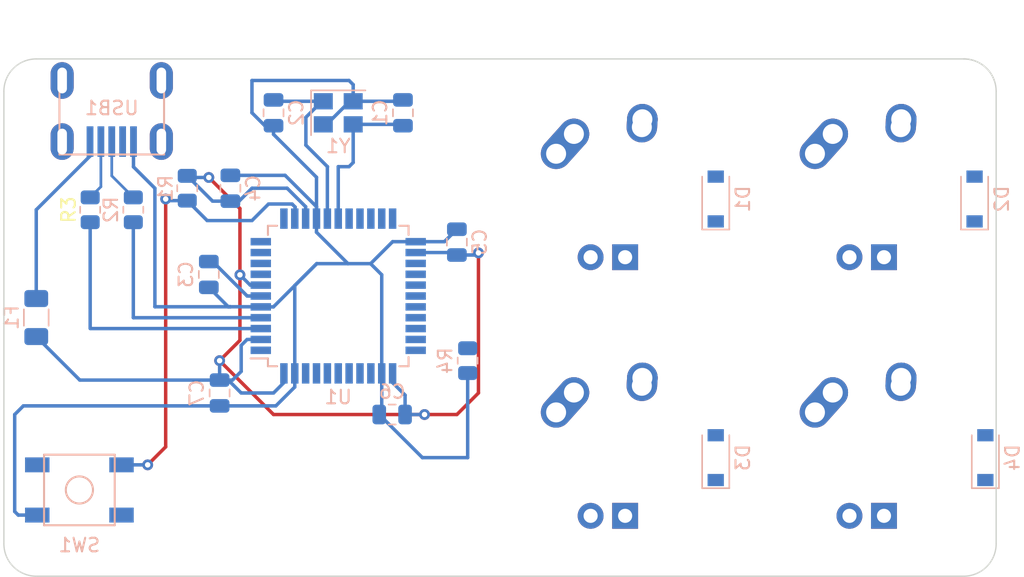
<source format=kicad_pcb>
(kicad_pcb (version 20211014) (generator pcbnew)
  (layers (0 "F.Cu" signal) (31 "B.Cu" signal) (34 "B.Paste" user) (35 "F.Paste" user) (36 "B.SilkS" user "B.Silkscreen") (37 "F.SilkS" user "F.Silkscreen") (38 "B.Mask" user) (39 "F.Mask" user) (44 "Edge.Cuts" user))
  (net 0 "")
  (net 1 "GND")
  (net 2 "Net-(C1-Pad2)")
  (net 3 "Net-(C2-Pad2)")
  (net 4 "Net-(C3-Pad1)")
  (net 5 "+5V")
  (net 6 "ROW0")
  (net 7 "Net-(D1-Pad2)")
  (net 8 "Net-(D2-Pad2)")
  (net 9 "ROW1")
  (net 10 "Net-(D3-Pad2)")
  (net 11 "Net-(D4-Pad2)")
  (net 12 "VCC")
  (net 13 "COL0")
  (net 14 "COL1")
  (net 15 "Net-(R1-Pad2)")
  (net 16 "D+")
  (net 17 "Net-(R2-Pad2)")
  (net 18 "D-")
  (net 19 "Net-(R3-Pad2)")
  (net 20 "Net-(R4-Pad1)")
  (footprint "MX_Alps_Hybrid:MX-1U" (layer "F.Cu") (at 142.875 93.6625)
    (fp_text reference "MX1")
    (fp_text value "MX-NoLED")
    (pad "" np_thru_hole circle locked (at 5.08 0 48.0996) (size 1.75 1.75) (drill 1.75) (layers *.Cu *.Mask))
    (pad "" np_thru_hole circle locked (at 0 0) (size 3.9878 3.9878) (drill 3.9878) (layers *.Cu *.Mask))
    (pad "" np_thru_hole circle locked (at -5.08 0 48.0996) (size 1.75 1.75) (drill 1.75) (layers *.Cu *.Mask))
    (pad "1" thru_hole oval locked (at -3.81 -2.54 48.0996) (size 4.211556 2.25) (drill 1.47 (offset 0.980778 0)) (layers *.Cu "B.Mask") (net 13 "COL0"))
    (pad "1" thru_hole circle locked (at -2.5 -4) (size 2.25 2.25) (drill 1.47) (layers *.Cu "B.Mask") (net 13 "COL0"))
    (pad "2" thru_hole oval locked (at 2.5 -4.5 86.0548) (size 2.831378 2.25) (drill 1.47 (offset 0.290689 0)) (layers *.Cu "B.Mask") (net 7 "Net-(D1-Pad2)"))
    (pad "2" thru_hole circle locked (at 2.54 -5.08) (size 2.25 2.25) (drill 1.47) (layers *.Cu "B.Mask") (net 7 "Net-(D1-Pad2)"))
    (pad "3" thru_hole circle locked (at -1.27 5.08) (size 1.905 1.905) (drill 1.04) (layers *.Cu "B.Mask"))
    (pad "4" thru_hole rect locked (at 1.27 5.08) (size 1.905 1.905) (drill 1.04) (layers *.Cu "B.Mask"))
  )
  (footprint "MX_Alps_Hybrid:MX-1U" (layer "F.Cu") (at 142.875 112.7125)
    (fp_text reference "MX3")
    (fp_text value "MX-NoLED")
    (pad "" np_thru_hole circle locked (at -5.08 0 48.0996) (size 1.75 1.75) (drill 1.75) (layers *.Cu *.Mask))
    (pad "" np_thru_hole circle locked (at 0 0) (size 3.9878 3.9878) (drill 3.9878) (layers *.Cu *.Mask))
    (pad "" np_thru_hole circle locked (at 5.08 0 48.0996) (size 1.75 1.75) (drill 1.75) (layers *.Cu *.Mask))
    (pad "1" thru_hole circle locked (at -2.5 -4) (size 2.25 2.25) (drill 1.47) (layers *.Cu "B.Mask") (net 13 "COL0"))
    (pad "1" thru_hole oval locked (at -3.81 -2.54 48.0996) (size 4.211556 2.25) (drill 1.47 (offset 0.980778 0)) (layers *.Cu "B.Mask") (net 13 "COL0"))
    (pad "2" thru_hole circle locked (at 2.54 -5.08) (size 2.25 2.25) (drill 1.47) (layers *.Cu "B.Mask") (net 10 "Net-(D3-Pad2)"))
    (pad "2" thru_hole oval locked (at 2.5 -4.5 86.0548) (size 2.831378 2.25) (drill 1.47 (offset 0.290689 0)) (layers *.Cu "B.Mask") (net 10 "Net-(D3-Pad2)"))
    (pad "3" thru_hole circle locked (at -1.27 5.08) (size 1.905 1.905) (drill 1.04) (layers *.Cu "B.Mask"))
    (pad "4" thru_hole rect locked (at 1.27 5.08) (size 1.905 1.905) (drill 1.04) (layers *.Cu "B.Mask"))
  )
  (footprint "MX_Alps_Hybrid:MX-1U" (layer "F.Cu") (at 161.925 112.7125)
    (fp_text reference "MX4")
    (fp_text value "MX-NoLED")
    (pad "" np_thru_hole circle locked (at 0 0) (size 3.9878 3.9878) (drill 3.9878) (layers *.Cu *.Mask))
    (pad "" np_thru_hole circle locked (at 5.08 0 48.0996) (size 1.75 1.75) (drill 1.75) (layers *.Cu *.Mask))
    (pad "" np_thru_hole circle locked (at -5.08 0 48.0996) (size 1.75 1.75) (drill 1.75) (layers *.Cu *.Mask))
    (pad "1" thru_hole oval locked (at -3.81 -2.54 48.0996) (size 4.211556 2.25) (drill 1.47 (offset 0.980778 0)) (layers *.Cu "B.Mask") (net 14 "COL1"))
    (pad "1" thru_hole circle locked (at -2.5 -4) (size 2.25 2.25) (drill 1.47) (layers *.Cu "B.Mask") (net 14 "COL1"))
    (pad "2" thru_hole circle locked (at 2.54 -5.08) (size 2.25 2.25) (drill 1.47) (layers *.Cu "B.Mask") (net 11 "Net-(D4-Pad2)"))
    (pad "2" thru_hole oval locked (at 2.5 -4.5 86.0548) (size 2.831378 2.25) (drill 1.47 (offset 0.290689 0)) (layers *.Cu "B.Mask") (net 11 "Net-(D4-Pad2)"))
    (pad "3" thru_hole circle locked (at -1.27 5.08) (size 1.905 1.905) (drill 1.04) (layers *.Cu "B.Mask"))
    (pad "4" thru_hole rect locked (at 1.27 5.08) (size 1.905 1.905) (drill 1.04) (layers *.Cu "B.Mask"))
  )
  (footprint "MX_Alps_Hybrid:MX-1U" (layer "F.Cu") (at 161.925 93.6625)
    (fp_text reference "MX2")
    (fp_text value "MX-NoLED")
    (pad "" np_thru_hole circle locked (at 0 0) (size 3.9878 3.9878) (drill 3.9878) (layers *.Cu *.Mask))
    (pad "" np_thru_hole circle locked (at 5.08 0 48.0996) (size 1.75 1.75) (drill 1.75) (layers *.Cu *.Mask))
    (pad "" np_thru_hole circle locked (at -5.08 0 48.0996) (size 1.75 1.75) (drill 1.75) (layers *.Cu *.Mask))
    (pad "1" thru_hole circle locked (at -2.5 -4) (size 2.25 2.25) (drill 1.47) (layers *.Cu "B.Mask") (net 14 "COL1"))
    (pad "1" thru_hole oval locked (at -3.81 -2.54 48.0996) (size 4.211556 2.25) (drill 1.47 (offset 0.980778 0)) (layers *.Cu "B.Mask") (net 14 "COL1"))
    (pad "2" thru_hole circle locked (at 2.54 -5.08) (size 2.25 2.25) (drill 1.47) (layers *.Cu "B.Mask") (net 8 "Net-(D2-Pad2)"))
    (pad "2" thru_hole oval locked (at 2.5 -4.5 86.0548) (size 2.831378 2.25) (drill 1.47 (offset 0.290689 0)) (layers *.Cu "B.Mask") (net 8 "Net-(D2-Pad2)"))
    (pad "3" thru_hole circle locked (at -1.27 5.08) (size 1.905 1.905) (drill 1.04) (layers *.Cu "B.Mask"))
    (pad "4" thru_hole rect locked (at 1.27 5.08) (size 1.905 1.905) (drill 1.04) (layers *.Cu "B.Mask"))
  )
  (footprint "Resistor_SMD:R_0805_2012Metric" (layer "B.Cu") (at 132.55625 106.3625 -90)
    (fp_text reference "R4" (at 0 1.65 90) (layer "B.SilkS") (effects (justify mirror)))
    (fp_text value "10k")
    (fp_line (start -0.227064 0.735) (end 0.227064 0.735) (layer "B.SilkS") (width 0.12))
    (fp_line (start -0.227064 -0.735) (end 0.227064 -0.735) (layer "B.SilkS") (width 0.12))
    (pad "1" smd roundrect (at -0.9125 0 270) (size 1.025 1.4) (layers "B.Cu" "B.Paste" "B.Mask") (roundrect_rratio 0.243902) (net 20 "Net-(R4-Pad1)"))
    (pad "2" smd roundrect (at 0.9125 0 270) (size 1.025 1.4) (layers "B.Cu" "B.Paste" "B.Mask") (roundrect_rratio 0.243902) (net 1 "GND"))
  )
  (footprint "Diode_SMD:D_SOD-123" (layer "B.Cu") (at 170.65625 113.50625 90)
    (fp_text reference "D4" (at 0 2 90) (layer "B.SilkS") (effects (justify mirror)))
    (fp_text value "D_Small")
    (fp_line (start -2.25 1) (end 1.65 1) (layer "B.SilkS") (width 0.12))
    (fp_line (start -2.25 -1) (end 1.65 -1) (layer "B.SilkS") (width 0.12))
    (fp_line (start -2.25 1) (end -2.25 -1) (layer "B.SilkS") (width 0.12))
    (pad "1" smd rect (at -1.65 0 90) (size 0.9 1.2) (layers "B.Cu" "B.Paste" "B.Mask") (net 9 "ROW1"))
    (pad "2" smd rect (at 1.65 0 90) (size 0.9 1.2) (layers "B.Cu" "B.Paste" "B.Mask") (net 11 "Net-(D4-Pad2)"))
  )
  (footprint "Capacitor_SMD:C_0805_2012Metric" (layer "B.Cu") (at 118.26875 88.10625 90)
    (fp_text reference "C2" (at 0 1.68 90) (layer "B.SilkS") (effects (justify mirror)))
    (fp_text value "22pF")
    (fp_line (start -0.261252 -0.735) (end 0.261252 -0.735) (layer "B.SilkS") (width 0.12))
    (fp_line (start -0.261252 0.735) (end 0.261252 0.735) (layer "B.SilkS") (width 0.12))
    (pad "1" smd roundrect (at -0.95 0 90) (size 1 1.45) (layers "B.Cu" "B.Paste" "B.Mask") (net 1 "GND"))
    (pad "2" smd roundrect (at 0.95 0 90) (size 1 1.45) (layers "B.Cu" "B.Paste" "B.Mask") (net 3 "Net-(C2-Pad2)"))
  )
  (footprint "Capacitor_SMD:C_0805_2012Metric" (layer "B.Cu") (at 131.7625 97.63125 90)
    (fp_text reference "C5" (at 0 1.68 90) (layer "B.SilkS") (effects (justify mirror)))
    (fp_text value ".1uF")
    (fp_line (start -0.261252 -0.735) (end 0.261252 -0.735) (layer "B.SilkS") (width 0.12))
    (fp_line (start -0.261252 0.735) (end 0.261252 0.735) (layer "B.SilkS") (width 0.12))
    (pad "1" smd roundrect (at -0.95 0 90) (size 1 1.45) (layers "B.Cu" "B.Paste" "B.Mask") (net 5 "+5V"))
    (pad "2" smd roundrect (at 0.95 0 90) (size 1 1.45) (layers "B.Cu" "B.Paste" "B.Mask") (net 1 "GND"))
  )
  (footprint "Crystal:Crystal_SMD_3225-4Pin_3.2x2.5mm" (layer "B.Cu") (at 123.03125 88.10625)
    (fp_text reference "Y1" (at 0 2.45) (layer "B.SilkS") (effects (justify mirror)))
    (fp_text value "16MHz")
    (fp_line (start -2 -1.65) (end 2 -1.65) (layer "B.SilkS") (width 0.12))
    (fp_line (start -2 1.65) (end -2 -1.65) (layer "B.SilkS") (width 0.12))
    (pad "1" smd rect (at -1.1 -0.85) (size 1.4 1.2) (layers "B.Cu" "B.Paste" "B.Mask") (net 3 "Net-(C2-Pad2)"))
    (pad "2" smd rect (at 1.1 -0.85) (size 1.4 1.2) (layers "B.Cu" "B.Paste" "B.Mask") (net 1 "GND"))
    (pad "3" smd rect (at 1.1 0.85) (size 1.4 1.2) (layers "B.Cu" "B.Paste" "B.Mask") (net 2 "Net-(C1-Pad2)"))
    (pad "4" smd rect (at -1.1 0.85) (size 1.4 1.2) (layers "B.Cu" "B.Paste" "B.Mask") (net 1 "GND"))
  )
  (footprint "Capacitor_SMD:C_0805_2012Metric" (layer "B.Cu") (at 127 110.33125 180)
    (fp_text reference "C6" (at 0 1.68) (layer "B.SilkS") (effects (justify mirror)))
    (fp_text value ".1uF")
    (fp_line (start -0.261252 -0.735) (end 0.261252 -0.735) (layer "B.SilkS") (width 0.12))
    (fp_line (start -0.261252 0.735) (end 0.261252 0.735) (layer "B.SilkS") (width 0.12))
    (pad "1" smd roundrect (at -0.95 0 180) (size 1 1.45) (layers "B.Cu" "B.Paste" "B.Mask") (net 5 "+5V"))
    (pad "2" smd roundrect (at 0.95 0 180) (size 1 1.45) (layers "B.Cu" "B.Paste" "B.Mask") (net 1 "GND"))
  )
  (footprint "random-keyboard-parts:SKQG-1155865" (layer "B.Cu") (at 103.98125 115.8875 180)
    (fp_text reference "SW1" (at 0 -4.064) (layer "B.SilkS") (effects (justify mirror)))
    (fp_text value "SW_Push")
    (fp_line (start 2.6 -2.6) (end -2.6 -2.6) (layer "B.SilkS") (width 0.15))
    (fp_line (start -2.6 2.6) (end 2.6 2.6) (layer "B.SilkS") (width 0.15))
    (fp_line (start -2.6 -2.6) (end -2.6 2.6) (layer "B.SilkS") (width 0.15))
    (fp_line (start 2.6 2.6) (end 2.6 -2.6) (layer "B.SilkS") (width 0.15))
    (fp_circle (center 0 0) (end 1 0) (layer "B.SilkS") (width 0.15) (fill none))
    (pad "1" smd rect locked (at 3.1 -1.85 180) (size 1.8 1.1) (layers "B.Cu" "B.Paste" "B.Mask") (net 1 "GND"))
    (pad "2" smd rect locked (at -3.1 1.85 180) (size 1.8 1.1) (layers "B.Cu" "B.Paste" "B.Mask") (net 15 "Net-(R1-Pad2)"))
    (pad "3" smd rect locked (at 3.1 1.85 180) (size 1.8 1.1) (layers "B.Cu" "B.Paste" "B.Mask"))
    (pad "4" smd rect locked (at -3.1 -1.85 180) (size 1.8 1.1) (layers "B.Cu" "B.Paste" "B.Mask"))
  )
  (footprint "Diode_SMD:D_SOD-123" (layer "B.Cu") (at 150.8125 94.45625 90)
    (fp_text reference "D1" (at 0 2 90) (layer "B.SilkS") (effects (justify mirror)))
    (fp_text value "D_Small")
    (fp_line (start -2.25 -1) (end 1.65 -1) (layer "B.SilkS") (width 0.12))
    (fp_line (start -2.25 1) (end 1.65 1) (layer "B.SilkS") (width 0.12))
    (fp_line (start -2.25 1) (end -2.25 -1) (layer "B.SilkS") (width 0.12))
    (pad "1" smd rect (at -1.65 0 90) (size 0.9 1.2) (layers "B.Cu" "B.Paste" "B.Mask") (net 6 "ROW0"))
    (pad "2" smd rect (at 1.65 0 90) (size 0.9 1.2) (layers "B.Cu" "B.Paste" "B.Mask") (net 7 "Net-(D1-Pad2)"))
  )
  (footprint "Resistor_SMD:R_0805_2012Metric" (layer "B.Cu") (at 107.95 95.25 -90)
    (fp_text reference "R2" (at 0 1.65 90) (layer "B.SilkS") (effects (justify mirror)))
    (fp_text value "22")
    (fp_line (start -0.227064 -0.735) (end 0.227064 -0.735) (layer "B.SilkS") (width 0.12))
    (fp_line (start -0.227064 0.735) (end 0.227064 0.735) (layer "B.SilkS") (width 0.12))
    (pad "1" smd roundrect (at -0.9125 0 270) (size 1.025 1.4) (layers "B.Cu" "B.Paste" "B.Mask") (roundrect_rratio 0.243902) (net 16 "D+"))
    (pad "2" smd roundrect (at 0.9125 0 270) (size 1.025 1.4) (layers "B.Cu" "B.Paste" "B.Mask") (roundrect_rratio 0.243902) (net 17 "Net-(R2-Pad2)"))
  )
  (footprint "Diode_SMD:D_SOD-123" (layer "B.Cu") (at 169.8625 94.45625 90)
    (fp_text reference "D2" (at 0 2 90) (layer "B.SilkS") (effects (justify mirror)))
    (fp_text value "D_Small")
    (fp_line (start -2.25 1) (end -2.25 -1) (layer "B.SilkS") (width 0.12))
    (fp_line (start -2.25 1) (end 1.65 1) (layer "B.SilkS") (width 0.12))
    (fp_line (start -2.25 -1) (end 1.65 -1) (layer "B.SilkS") (width 0.12))
    (pad "1" smd rect (at -1.65 0 90) (size 0.9 1.2) (layers "B.Cu" "B.Paste" "B.Mask") (net 6 "ROW0"))
    (pad "2" smd rect (at 1.65 0 90) (size 0.9 1.2) (layers "B.Cu" "B.Paste" "B.Mask") (net 8 "Net-(D2-Pad2)"))
  )
  (footprint "Fuse:Fuse_1206_3216Metric" (layer "B.Cu") (at 100.80625 103.1875 -90)
    (fp_text reference "F1" (at 0 1.82 90) (layer "B.SilkS") (effects (justify mirror)))
    (fp_text value "500mA")
    (fp_line (start -0.602064 0.91) (end 0.602064 0.91) (layer "B.SilkS") (width 0.12))
    (fp_line (start -0.602064 -0.91) (end 0.602064 -0.91) (layer "B.SilkS") (width 0.12))
    (pad "1" smd roundrect (at -1.4 0 270) (size 1.25 1.75) (layers "B.Cu" "B.Paste" "B.Mask") (roundrect_rratio 0.2) (net 12 "VCC"))
    (pad "2" smd roundrect (at 1.4 0 270) (size 1.25 1.75) (layers "B.Cu" "B.Paste" "B.Mask") (roundrect_rratio 0.2) (net 5 "+5V"))
  )
  (footprint "Resistor_SMD:R_0805_2012Metric" (layer "B.Cu") (at 111.91875 93.6625 -90)
    (fp_text reference "R1" (at 0 1.59625 90) (layer "B.SilkS") (effects (justify mirror)))
    (fp_text value "10k")
    (fp_line (start -0.227064 -0.735) (end 0.227064 -0.735) (layer "B.SilkS") (width 0.12))
    (fp_line (start -0.227064 0.735) (end 0.227064 0.735) (layer "B.SilkS") (width 0.12))
    (pad "1" smd roundrect (at -0.9125 0 270) (size 1.025 1.4) (layers "B.Cu" "B.Paste" "B.Mask") (roundrect_rratio 0.243902) (net 5 "+5V"))
    (pad "2" smd roundrect (at 0.9125 0 270) (size 1.025 1.4) (layers "B.Cu" "B.Paste" "B.Mask") (roundrect_rratio 0.243902) (net 15 "Net-(R1-Pad2)"))
  )
  (footprint "Capacitor_SMD:C_0805_2012Metric" (layer "B.Cu") (at 114.3 108.74375 -90)
    (fp_text reference "C7" (at 0 1.68 90) (layer "B.SilkS") (effects (justify mirror)))
    (fp_text value "10uF")
    (fp_line (start -0.261252 -0.735) (end 0.261252 -0.735) (layer "B.SilkS") (width 0.12))
    (fp_line (start -0.261252 0.735) (end 0.261252 0.735) (layer "B.SilkS") (width 0.12))
    (pad "1" smd roundrect (at -0.95 0 270) (size 1 1.45) (layers "B.Cu" "B.Paste" "B.Mask") (net 5 "+5V"))
    (pad "2" smd roundrect (at 0.95 0 270) (size 1 1.45) (layers "B.Cu" "B.Paste" "B.Mask") (net 1 "GND"))
  )
  (footprint "Resistor_SMD:R_0805_2012Metric" (layer "B.Cu") (at 104.775 95.25 -90)
    (fp_text reference "R3" (at 0 1.5875 -270) (layer "F.SilkS"))
    (fp_text value "22")
    (fp_line (start -0.227064 0.735) (end 0.227064 0.735) (layer "B.SilkS") (width 0.12))
    (fp_line (start -0.227064 -0.735) (end 0.227064 -0.735) (layer "B.SilkS") (width 0.12))
    (pad "1" smd roundrect (at -0.9125 0 270) (size 1.025 1.4) (layers "B.Cu" "B.Paste" "B.Mask") (roundrect_rratio 0.243902) (net 18 "D-"))
    (pad "2" smd roundrect (at 0.9125 0 270) (size 1.025 1.4) (layers "B.Cu" "B.Paste" "B.Mask") (roundrect_rratio 0.243902) (net 19 "Net-(R3-Pad2)"))
  )
  (footprint "random-keyboard-parts:Molex-0548190589" (layer "B.Cu") (at 106.3625 85.725 -90)
    (fp_text reference "USB1" (at 2.032 0) (layer "B.SilkS") (effects (justify mirror)))
    (fp_text value "Molex-0548190589")
    (fp_line (start 5.45 3.85) (end 5.45 -3.85) (layer "B.SilkS") (width 0.15))
    (fp_line (start 0 -3.85) (end 5.45 -3.85) (layer "B.SilkS") (width 0.15))
    (fp_line (start 0 3.85) (end 5.45 3.85) (layer "B.SilkS") (width 0.15))
    (pad "1" smd rect locked (at 4.5 -1.6 270) (size 2.25 0.5) (layers "B.Cu" "B.Paste" "B.Mask") (net 1 "GND"))
    (pad "2" smd rect locked (at 4.5 -0.8 270) (size 2.25 0.5) (layers "B.Cu" "B.Paste" "B.Mask"))
    (pad "3" smd rect locked (at 4.5 0 270) (size 2.25 0.5) (layers "B.Cu" "B.Paste" "B.Mask") (net 16 "D+"))
    (pad "4" smd rect locked (at 4.5 0.8 270) (size 2.25 0.5) (layers "B.Cu" "B.Paste" "B.Mask") (net 18 "D-"))
    (pad "5" smd rect locked (at 4.5 1.6 270) (size 2.25 0.5) (layers "B.Cu" "B.Paste" "B.Mask") (net 12 "VCC"))
    (pad "6" thru_hole oval locked (at 0 -3.65 270) (size 2.7 1.7) (drill oval 1.9 0.7) (layers *.Cu *.Mask))
    (pad "6" thru_hole oval locked (at 4.5 3.65 270) (size 2.7 1.7) (drill oval 1.9 0.7) (layers *.Cu *.Mask))
    (pad "6" thru_hole oval locked (at 0 3.65 270) (size 2.7 1.7) (drill oval 1.9 0.7) (layers *.Cu *.Mask))
    (pad "6" thru_hole oval locked (at 4.5 -3.65 270) (size 2.7 1.7) (drill oval 1.9 0.7) (layers *.Cu *.Mask))
  )
  (footprint "Package_QFP:TQFP-44_10x10mm_P0.8mm" (layer "B.Cu") (at 123.03125 101.6)
    (fp_text reference "U1" (at 0 7.45) (layer "B.SilkS") (effects (justify mirror)))
    (fp_text value "ATmega32U4-A")
    (fp_line (start 5.175 -5.175) (end 5.175 -4.5) (layer "B.SilkS") (width 0.15))
    (fp_line (start 5.175 -5.175) (end 4.5 -5.175) (layer "B.SilkS") (width 0.15))
    (fp_line (start -5.175 4.6) (end -6.45 4.6) (layer "B.SilkS") (width 0.15))
    (fp_line (start 5.175 5.175) (end 4.5 5.175) (layer "B.SilkS") (width 0.15))
    (fp_line (start -5.175 5.175) (end -5.175 4.6) (layer "B.SilkS") (width 0.15))
    (fp_line (start -5.175 5.175) (end -4.5 5.175) (layer "B.SilkS") (width 0.15))
    (fp_line (start -5.175 -5.175) (end -5.175 -4.5) (layer "B.SilkS") (width 0.15))
    (fp_line (start 5.175 5.175) (end 5.175 4.5) (layer "B.SilkS") (width 0.15))
    (fp_line (start -5.175 -5.175) (end -4.5 -5.175) (layer "B.SilkS") (width 0.15))
    (pad "1" smd rect (at -5.7 4) (size 1.5 0.55) (layers "B.Cu" "B.Paste" "B.Mask"))
    (pad "2" smd rect (at -5.7 3.2) (size 1.5 0.55) (layers "B.Cu" "B.Paste" "B.Mask") (net 5 "+5V"))
    (pad "3" smd rect (at -5.7 2.4) (size 1.5 0.55) (layers "B.Cu" "B.Paste" "B.Mask") (net 19 "Net-(R3-Pad2)"))
    (pad "4" smd rect (at -5.7 1.6) (size 1.5 0.55) (layers "B.Cu" "B.Paste" "B.Mask") (net 17 "Net-(R2-Pad2)"))
    (pad "5" smd rect (at -5.7 0.8) (size 1.5 0.55) (layers "B.Cu" "B.Paste" "B.Mask") (net 1 "GND"))
    (pad "6" smd rect (at -5.7 0) (size 1.5 0.55) (layers "B.Cu" "B.Paste" "B.Mask") (net 4 "Net-(C3-Pad1)"))
    (pad "7" smd rect (at -5.7 -0.8) (size 1.5 0.55) (layers "B.Cu" "B.Paste" "B.Mask") (net 5 "+5V"))
    (pad "8" smd rect (at -5.7 -1.6) (size 1.5 0.55) (layers "B.Cu" "B.Paste" "B.Mask"))
    (pad "9" smd rect (at -5.7 -2.4) (size 1.5 0.55) (layers "B.Cu" "B.Paste" "B.Mask"))
    (pad "10" smd rect (at -5.7 -3.2) (size 1.5 0.55) (layers "B.Cu" "B.Paste" "B.Mask"))
    (pad "11" smd rect (at -5.7 -4) (size 1.5 0.55) (layers "B.Cu" "B.Paste" "B.Mask"))
    (pad "12" smd rect (at -4 -5.7 270) (size 1.5 0.55) (layers "B.Cu" "B.Paste" "B.Mask"))
    (pad "13" smd rect (at -3.2 -5.7 270) (size 1.5 0.55) (layers "B.Cu" "B.Paste" "B.Mask") (net 15 "Net-(R1-Pad2)"))
    (pad "14" smd rect (at -2.4 -5.7 270) (size 1.5 0.55) (layers "B.Cu" "B.Paste" "B.Mask") (net 5 "+5V"))
    (pad "15" smd rect (at -1.6 -5.7 270) (size 1.5 0.55) (layers "B.Cu" "B.Paste" "B.Mask") (net 1 "GND"))
    (pad "16" smd rect (at -0.8 -5.7 270) (size 1.5 0.55) (layers "B.Cu" "B.Paste" "B.Mask") (net 3 "Net-(C2-Pad2)"))
    (pad "17" smd rect (at 0 -5.7 270) (size 1.5 0.55) (layers "B.Cu" "B.Paste" "B.Mask") (net 2 "Net-(C1-Pad2)"))
    (pad "18" smd rect (at 0.8 -5.7 270) (size 1.5 0.55) (layers "B.Cu" "B.Paste" "B.Mask"))
    (pad "19" smd rect (at 1.6 -5.7 270) (size 1.5 0.55) (layers "B.Cu" "B.Paste" "B.Mask"))
    (pad "20" smd rect (at 2.4 -5.7 270) (size 1.5 0.55) (layers "B.Cu" "B.Paste" "B.Mask"))
    (pad "21" smd rect (at 3.2 -5.7 270) (size 1.5 0.55) (layers "B.Cu" "B.Paste" "B.Mask"))
    (pad "22" smd rect (at 4 -5.7 270) (size 1.5 0.55) (layers "B.Cu" "B.Paste" "B.Mask"))
    (pad "23" smd rect (at 5.7 -4) (size 1.5 0.55) (layers "B.Cu" "B.Paste" "B.Mask") (net 1 "GND"))
    (pad "24" smd rect (at 5.7 -3.2) (size 1.5 0.55) (layers "B.Cu" "B.Paste" "B.Mask") (net 5 "+5V"))
    (pad "25" smd rect (at 5.7 -2.4) (size 1.5 0.55) (layers "B.Cu" "B.Paste" "B.Mask"))
    (pad "26" smd rect (at 5.7 -1.6) (size 1.5 0.55) (layers "B.Cu" "B.Paste" "B.Mask"))
    (pad "27" smd rect (at 5.7 -0.8) (size 1.5 0.55) (layers "B.Cu" "B.Paste" "B.Mask"))
    (pad "28" smd rect (at 5.7 0) (size 1.5 0.55) (layers "B.Cu" "B.Paste" "B.Mask"))
    (pad "29" smd rect (at 5.7 0.8) (size 1.5 0.55) (layers "B.Cu" "B.Paste" "B.Mask"))
    (pad "30" smd rect (at 5.7 1.6) (size 1.5 0.55) (layers "B.Cu" "B.Paste" "B.Mask"))
    (pad "31" smd rect (at 5.7 2.4) (size 1.5 0.55) (layers "B.Cu" "B.Paste" "B.Mask"))
    (pad "32" smd rect (at 5.7 3.2) (size 1.5 0.55) (layers "B.Cu" "B.Paste" "B.Mask"))
    (pad "33" smd rect (at 5.7 4) (size 1.5 0.55) (layers "B.Cu" "B.Paste" "B.Mask") (net 20 "Net-(R4-Pad1)"))
    (pad "34" smd rect (at 4 5.7 270) (size 1.5 0.55) (layers "B.Cu" "B.Paste" "B.Mask") (net 5 "+5V"))
    (pad "35" smd rect (at 3.2 5.7 270) (size 1.5 0.55) (layers "B.Cu" "B.Paste" "B.Mask") (net 1 "GND"))
    (pad "36" smd rect (at 2.4 5.7 270) (size 1.5 0.55) (layers "B.Cu" "B.Paste" "B.Mask"))
    (pad "37" smd rect (at 1.6 5.7 270) (size 1.5 0.55) (layers "B.Cu" "B.Paste" "B.Mask"))
    (pad "38" smd rect (at 0.8 5.7 270) (size 1.5 0.55) (layers "B.Cu" "B.Paste" "B.Mask"))
    (pad "39" smd rect (at 0 5.7 270) (size 1.5 0.55) (layers "B.Cu" "B.Paste" "B.Mask"))
    (pad "40" smd rect (at -0.8 5.7 270) (size 1.5 0.55) (layers "B.Cu" "B.Paste" "B.Mask"))
    (pad "41" smd rect (at -1.6 5.7 270) (size 1.5 0.55) (layers "B.Cu" "B.Paste" "B.Mask"))
    (pad "42" smd rect (at -2.4 5.7 270) (size 1.5 0.55) (layers "B.Cu" "B.Paste" "B.Mask"))
    (pad "43" smd rect (at -3.2 5.7 270) (size 1.5 0.55) (layers "B.Cu" "B.Paste" "B.Mask") (net 1 "GND"))
    (pad "44" smd rect (at -4 5.7 270) (size 1.5 0.55) (layers "B.Cu" "B.Paste" "B.Mask") (net 5 "+5V"))
  )
  (footprint "Capacitor_SMD:C_0805_2012Metric" (layer "B.Cu") (at 113.50625 100.0125 -90)
    (fp_text reference "C3" (at 0 1.68 90) (layer "B.SilkS") (effects (justify mirror)))
    (fp_text value "1uF")
    (fp_line (start -0.261252 0.735) (end 0.261252 0.735) (layer "B.SilkS") (width 0.12))
    (fp_line (start -0.261252 -0.735) (end 0.261252 -0.735) (layer "B.SilkS") (width 0.12))
    (pad "1" smd roundrect (at -0.95 0 270) (size 1 1.45) (layers "B.Cu" "B.Paste" "B.Mask") (net 4 "Net-(C3-Pad1)"))
    (pad "2" smd roundrect (at 0.95 0 270) (size 1 1.45) (layers "B.Cu" "B.Paste" "B.Mask") (net 1 "GND"))
  )
  (footprint "Capacitor_SMD:C_0805_2012Metric" (layer "B.Cu") (at 115.09375 93.6625 90)
    (fp_text reference "C4" (at 0 1.68 90) (layer "B.SilkS") (effects (justify mirror)))
    (fp_text value ".1uF")
    (fp_line (start -0.261252 0.735) (end 0.261252 0.735) (layer "B.SilkS") (width 0.12))
    (fp_line (start -0.261252 -0.735) (end 0.261252 -0.735) (layer "B.SilkS") (width 0.12))
    (pad "1" smd roundrect (at -0.95 0 90) (size 1 1.45) (layers "B.Cu" "B.Paste" "B.Mask") (net 5 "+5V"))
    (pad "2" smd roundrect (at 0.95 0 90) (size 1 1.45) (layers "B.Cu" "B.Paste" "B.Mask") (net 1 "GND"))
  )
  (footprint "Diode_SMD:D_SOD-123" (layer "B.Cu") (at 150.8125 113.50625 90)
    (fp_text reference "D3" (at 0 2 90) (layer "B.SilkS") (effects (justify mirror)))
    (fp_text value "D_Small")
    (fp_line (start -2.25 -1) (end 1.65 -1) (layer "B.SilkS") (width 0.12))
    (fp_line (start -2.25 1) (end 1.65 1) (layer "B.SilkS") (width 0.12))
    (fp_line (start -2.25 1) (end -2.25 -1) (layer "B.SilkS") (width 0.12))
    (pad "1" smd rect (at -1.65 0 90) (size 0.9 1.2) (layers "B.Cu" "B.Paste" "B.Mask") (net 9 "ROW1"))
    (pad "2" smd rect (at 1.65 0 90) (size 0.9 1.2) (layers "B.Cu" "B.Paste" "B.Mask") (net 10 "Net-(D3-Pad2)"))
  )
  (footprint "Capacitor_SMD:C_0805_2012Metric" (layer "B.Cu") (at 127.79375 88.10625 -90)
    (fp_text reference "C1" (at 0 1.68 90) (layer "B.SilkS") (effects (justify mirror)))
    (fp_text value "22pF")
    (fp_line (start -0.261252 -0.735) (end 0.261252 -0.735) (layer "B.SilkS") (width 0.12))
    (fp_line (start -0.261252 0.735) (end 0.261252 0.735) (layer "B.SilkS") (width 0.12))
    (pad "1" smd roundrect (at -0.95 0 270) (size 1 1.45) (layers "B.Cu" "B.Paste" "B.Mask") (net 1 "GND"))
    (pad "2" smd roundrect (at 0.95 0 270) (size 1 1.45) (layers "B.Cu" "B.Paste" "B.Mask") (net 2 "Net-(C1-Pad2)"))
  )
  (gr_arc (start 169.06875 84.1375) (mid 170.461091 84.58698) (end 171.327802 85.765733) (layer "Edge.Cuts") (width 0.1))
  (gr_line (start 100.80625 84.1375) (end 169.06875 84.1375) (layer "Edge.Cuts") (width 0.1))
  (gr_arc (start 98.425 86.51875) (mid 99.122452 84.834952) (end 100.80625 84.1375) (layer "Edge.Cuts") (width 0.1))
  (gr_line (start 98.425 119.85625) (end 98.425 86.51875) (layer "Edge.Cuts") (width 0.1))
  (gr_arc (start 100.80625 122.2375) (mid 99.122452 121.540048) (end 98.425 119.85625) (layer "Edge.Cuts") (width 0.1))
  (gr_arc (start 171.45 119.85625) (mid 170.752548 121.540048) (end 169.06875 122.2375) (layer "Edge.Cuts") (width 0.1))
  (gr_line (start 169.06875 122.2375) (end 100.80625 122.2375) (layer "Edge.Cuts") (width 0.1))
  (gr_line (start 171.45 86.51875) (end 171.45 119.85625) (layer "Edge.Cuts") (width 0.1))
  (gr_arc (start 169.06875 84.1375) (mid 170.752548 84.834952) (end 171.45 86.51875) (layer "Edge.Cuts") (width 0.1))
  (segment (start 118.26875 89.05625) (end 117.63125 89.05625) (width 0.254) (layer "B.Cu") (net 1))
  (segment (start 122.18125 88.95625) (end 123.88125 87.25625) (width 0.254) (layer "B.Cu") (net 1))
  (segment (start 125.4125 99.21875) (end 127.03125 97.6) (width 0.254) (layer "B.Cu") (net 1))
  (segment (start 123.746 99.21875) (end 121.44375 99.21875) (width 0.254) (layer "B.Cu") (net 1))
  (segment (start 127.69375 87.25625) (end 124.13125 87.25625) (width 0.254) (layer "B.Cu") (net 1))
  (segment (start 119.83125 100.83125) (end 119.83125 107.3) (width 0.254) (layer "B.Cu") (net 1))
  (segment (start 99.85625 109.69375) (end 114.3 109.69375) (width 0.254) (layer "B.Cu") (net 1))
  (segment (start 132.55625 113.50625) (end 132.55625 107.275) (width 0.254) (layer "B.Cu") (net 1))
  (segment (start 113.50625 100.9625) (end 114.9375 102.39375) (width 0.254) (layer "B.Cu") (net 1))
  (segment (start 116.68125 88.10625) (end 116.68125 85.725) (width 0.254) (layer "B.Cu") (net 1))
  (segment (start 121.44375 99.21875) (end 119.83125 100.83125) (width 0.254) (layer "B.Cu") (net 1))
  (segment (start 99.21875 110.33125) (end 99.85625 109.69375) (width 0.254) (layer "B.Cu") (net 1))
  (segment (start 115.09375 92.7125) (end 119.121772 92.7125) (width 0.254) (layer "B.Cu") (net 1))
  (segment (start 119.83125 107.3) (end 119.83125 108.304) (width 0.254) (layer "B.Cu") (net 1))
  (segment (start 121.43125 96.904) (end 123.746 99.21875) (width 0.254) (layer "B.Cu") (net 1))
  (segment (start 107.9625 90.225) (end 107.9625 92.0875) (width 0.254) (layer "B.Cu") (net 1))
  (segment (start 124.13125 86.03125) (end 124.13125 87.25625) (width 0.254) (layer "B.Cu") (net 1))
  (segment (start 115.09375 102.39375) (end 117.475 102.39375) (width 0.254) (layer "B.Cu") (net 1))
  (segment (start 118.4415 109.69375) (end 114.3 109.69375) (width 0.254) (layer "B.Cu") (net 1))
  (segment (start 119.83125 108.304) (end 118.4415 109.69375) (width 0.254) (layer "B.Cu") (net 1))
  (segment (start 121.43125 95.9) (end 121.43125 92.85625) (width 0.254) (layer "B.Cu") (net 1))
  (segment (start 121.44375 99.21875) (end 118.2625 102.4) (width 0.254) (layer "B.Cu") (net 1))
  (segment (start 126.23125 110.15) (end 126.05 110.33125) (width 0.254) (layer "B.Cu") (net 1))
  (segment (start 125.4125 99.21875) (end 126.23125 100.0375) (width 0.254) (layer "B.Cu") (net 1))
  (segment (start 114.9375 102.39375) (end 115.09375 102.39375) (width 0.254) (layer "B.Cu") (net 1))
  (segment (start 116.68125 85.725) (end 123.825 85.725) (width 0.254) (layer "B.Cu") (net 1))
  (segment (start 126.23125 107.3) (end 126.23125 110.15) (width 0.254) (layer "B.Cu") (net 1))
  (segment (start 121.43125 95.9) (end 121.43125 96.904) (width 0.254) (layer "B.Cu") (net 1))
  (segment (start 123.825 85.725) (end 124.13125 86.03125) (width 0.254) (layer "B.Cu") (net 1))
  (segment (start 123.746 99.21875) (end 125.4125 99.21875) (width 0.254) (layer "B.Cu") (net 1))
  (segment (start 109.5375 93.6625) (end 109.5375 102.39375) (width 0.254) (layer "B.Cu") (net 1))
  (segment (start 100.88125 117.7375) (end 99.48125 117.7375) (width 0.254) (layer "B.Cu") (net 1))
  (segment (start 121.43125 92.85625) (end 118.26875 89.69375) (width 0.254) (layer "B.Cu") (net 1))
  (segment (start 107.9625 92.0875) (end 109.5375 93.6625) (width 0.254) (layer "B.Cu") (net 1))
  (segment (start 123.88125 87.25625) (end 124.13125 87.25625) (width 0.254) (layer "B.Cu") (net 1))
  (segment (start 131.7625 96.68125) (end 130.84375 97.6) (width 0.254) (layer "B.Cu") (net 1))
  (segment (start 119.121772 92.7125) (end 121.43125 95.021978) (width 0.254) (layer "B.Cu") (net 1))
  (segment (start 99.21875 117.475) (end 99.21875 110.33125) (width 0.254) (layer "B.Cu") (net 1))
  (segment (start 126.05 110.33125) (end 129.225 113.50625) (width 0.254) (layer "B.Cu") (net 1))
  (segment (start 117.63125 89.05625) (end 116.68125 88.10625) (width 0.254) (layer "B.Cu") (net 1))
  (segment (start 109.5375 102.39375) (end 115.09375 102.39375) (width 0.254) (layer "B.Cu") (net 1))
  (segment (start 127.79375 87.15625) (end 127.69375 87.25625) (width 0.254) (layer "B.Cu") (net 1))
  (segment (start 121.93125 88.95625) (end 122.18125 88.95625) (width 0.254) (layer "B.Cu") (net 1))
  (segment (start 130.84375 97.6) (end 128.73125 97.6) (width 0.254) (layer "B.Cu") (net 1))
  (segment (start 127.03125 97.6) (end 128.73125 97.6) (width 0.254) (layer "B.Cu") (net 1))
  (segment (start 118.26875 89.69375) (end 118.26875 89.05625) (width 0.254) (layer "B.Cu") (net 1))
  (segment (start 118.2625 102.4) (end 117.33125 102.4) (width 0.254) (layer "B.Cu") (net 1))
  (segment (start 99.48125 117.7375) (end 99.21875 117.475) (width 0.254) (layer "B.Cu") (net 1))
  (segment (start 126.23125 100.0375) (end 126.23125 107.3) (width 0.254) (layer "B.Cu") (net 1))
  (segment (start 129.225 113.50625) (end 132.55625 113.50625) (width 0.254) (layer "B.Cu") (net 1))
  (segment (start 121.43125 95.021978) (end 121.43125 95.9) (width 0.254) (layer "B.Cu") (net 1))
  (segment (start 124.13125 88.95625) (end 127.69375 88.95625) (width 0.254) (layer "B.Cu") (net 2))
  (segment (start 123.03125 95.9) (end 123.03125 92.075) (width 0.254) (layer "B.Cu") (net 2))
  (segment (start 127.69375 88.95625) (end 127.79375 89.05625) (width 0.254) (layer "B.Cu") (net 2))
  (segment (start 123.825 92.075) (end 124.13125 91.76875) (width 0.254) (layer "B.Cu") (net 2))
  (segment (start 124.13125 91.76875) (end 124.13125 88.95625) (width 0.254) (layer "B.Cu") (net 2))
  (segment (start 123.03125 92.075) (end 123.825 92.075) (width 0.254) (layer "B.Cu") (net 2))
  (segment (start 121.83125 87.25625) (end 120.65 88.4375) (width 0.254) (layer "B.Cu") (net 3))
  (segment (start 118.36875 87.25625) (end 121.93125 87.25625) (width 0.254) (layer "B.Cu") (net 3))
  (segment (start 120.65 88.4375) (end 120.65 90.4875) (width 0.254) (layer "B.Cu") (net 3))
  (segment (start 120.65 90.4875) (end 122.2375 92.075) (width 0.254) (layer "B.Cu") (net 3))
  (segment (start 118.26875 87.15625) (end 118.36875 87.25625) (width 0.254) (layer "B.Cu") (net 3))
  (segment (start 121.93125 87.25625) (end 121.83125 87.25625) (width 0.254) (layer "B.Cu") (net 3))
  (segment (start 122.2375 92.075) (end 122.23125 92.08125) (width 0.254) (layer "B.Cu") (net 3))
  (segment (start 122.23125 92.08125) (end 122.23125 95.9) (width 0.254) (layer "B.Cu") (net 3))
  (segment (start 113.78975 99.0625) (end 113.50625 99.0625) (width 0.254) (layer "B.Cu") (net 4))
  (segment (start 117.33125 101.6) (end 116.32725 101.6) (width 0.254) (layer "B.Cu") (net 4))
  (segment (start 116.32725 101.6) (end 113.78975 99.0625) (width 0.254) (layer "B.Cu") (net 4))
  (segment (start 131.7625 110.33125) (end 129.38125 110.33125) (width 0.254) (layer "F.Cu") (net 5))
  (segment (start 114.3 106.3625) (end 118.26875 110.33125) (width 0.254) (layer "F.Cu") (net 5))
  (segment (start 115.796246 104.866254) (end 115.796246 100.041568) (width 0.254) (layer "F.Cu") (net 5))
  (segment (start 115.796246 100.041568) (end 115.796246 95.158746) (width 0.254) (layer "F.Cu") (net 5))
  (segment (start 133.35 108.74375) (end 131.7625 110.33125) (width 0.254) (layer "F.Cu") (net 5))
  (segment (start 114.3 106.3625) (end 115.796246 104.866254) (width 0.254) (layer "F.Cu") (net 5))
  (segment (start 115.796246 95.158746) (end 113.50625 92.86875) (width 0.254) (layer "F.Cu") (net 5))
  (segment (start 133.35 98.425) (end 133.35 108.74375) (width 0.254) (layer "F.Cu") (net 5))
  (segment (start 118.26875 110.33125) (end 129.38125 110.33125) (width 0.254) (layer "F.Cu") (net 5))
  (via (at 114.3 106.3625) (size 0.8) (drill 0.4) (layers "F.Cu" "B.Cu") (net 5))
  (via (at 115.796246 100.041568) (size 0.8) (drill 0.4) (layers "F.Cu" "B.Cu") (net 5))
  (via (at 129.38125 110.33125) (size 0.8) (drill 0.4) (layers "F.Cu" "B.Cu") (net 5))
  (via (at 133.35 98.425) (size 0.8) (drill 0.4) (layers "F.Cu" "B.Cu") (net 5))
  (via (at 113.50625 92.86875) (size 0.8) (drill 0.4) (layers "F.Cu" "B.Cu") (net 5))
  (segment (start 118.26875 108.74375) (end 119.03125 107.98125) (width 0.254) (layer "B.Cu") (net 5))
  (segment (start 119.03125 107.98125) (end 119.03125 107.3) (width 0.254) (layer "B.Cu") (net 5))
  (segment (start 100.80625 104.5875) (end 104.0125 107.79375) (width 0.254) (layer "B.Cu") (net 5))
  (segment (start 112.0375 92.86875) (end 111.91875 92.75) (width 0.254) (layer "B.Cu") (net 5))
  (segment (start 113.50625 92.86875) (end 112.0375 92.86875) (width 0.254) (layer "B.Cu") (net 5))
  (segment (start 115.8875 107.15625) (end 115.25 107.79375) (width 0.254) (layer "B.Cu") (net 5))
  (segment (start 115.8875 105.23975) (end 116.32725 104.8) (width 0.254) (layer "B.Cu") (net 5))
  (segment (start 127.95 110.33125) (end 127.95 108.9) (width 0.254) (layer "B.Cu") (net 5))
  (segment (start 120.63125 95.021978) (end 120.63125 95.9) (width 0.254) (layer "B.Cu") (net 5))
  (segment (start 116.68125 93.6625) (end 119.271772 93.6625) (width 0.254) (layer "B.Cu") (net 5))
  (segment (start 115.09375 94.6125) (end 115.73125 94.6125) (width 0.254) (layer "B.Cu") (net 5))
  (segment (start 115.8875 108.74375) (end 118.26875 108.74375) (width 0.254) (layer "B.Cu") (net 5))
  (segment (start 119.271772 93.6625) (end 120.63125 95.021978) (width 0.254) (layer "B.Cu") (net 5))
  (segment (start 131.7625 98.58125) (end 131.58125 98.4) (width 0.254) (layer "B.Cu") (net 5))
  (segment (start 116.32725 104.8) (end 117.33125 104.8) (width 0.254) (layer "B.Cu") (net 5))
  (segment (start 131.58125 98.4) (end 128.73125 98.4) (width 0.254) (layer "B.Cu") (net 5))
  (segment (start 115.73125 94.6125) (end 116.68125 93.6625) (width 0.254) (layer "B.Cu") (net 5))
  (segment (start 104.0125 107.79375) (end 114.3 107.79375) (width 0.254) (layer "B.Cu") (net 5))
  (segment (start 114.9375 107.79375) (end 115.8875 108.74375) (width 0.254) (layer "B.Cu") (net 5))
  (segment (start 127.95 108.9) (end 127.03125 107.98125) (width 0.254) (layer "B.Cu") (net 5))
  (segment (start 129.38125 110.33125) (end 127.95 110.33125) (width 0.254) (layer "B.Cu") (net 5))
  (segment (start 115.25 107.79375) (end 114.3 107.79375) (width 0.254) (layer "B.Cu") (net 5))
  (segment (start 111.91875 92.75) (end 113.78125 94.6125) (width 0.254) (layer "B.Cu") (net 5))
  (segment (start 131.7625 98.58125) (end 133.19375 98.58125) (width 0.254) (layer "B.Cu") (net 5))
  (segment (start 117.33125 100.8) (end 116.554678 100.8) (width 0.254) (layer "B.Cu") (net 5))
  (segment (start 133.19375 98.58125) (end 133.35 98.425) (width 0.254) (layer "B.Cu") (net 5))
  (segment (start 115.8875 107.15625) (end 115.8875 105.23975) (width 0.254) (layer "B.Cu") (net 5))
  (segment (start 113.78125 94.6125) (end 115.09375 94.6125) (width 0.254) (layer "B.Cu") (net 5))
  (segment (start 116.554678 100.8) (end 115.796246 100.041568) (width 0.254) (layer "B.Cu") (net 5))
  (segment (start 114.3 107.79375) (end 114.9375 107.79375) (width 0.254) (layer "B.Cu") (net 5))
  (segment (start 127.03125 107.98125) (end 127.03125 107.3) (width 0.254) (layer "B.Cu") (net 5))
  (segment (start 114.3 107.79375) (end 114.3 106.3625) (width 0.254) (layer "B.Cu") (net 5))
  (segment (start 104.7625 91.29375) (end 100.80625 95.25) (width 0.254) (layer "B.Cu") (net 12))
  (segment (start 104.7625 90.225) (end 104.7625 91.29375) (width 0.254) (layer "B.Cu") (net 12))
  (segment (start 100.80625 95.25) (end 100.80625 101.7875) (width 0.254) (layer "B.Cu") (net 12))
  (segment (start 110.33125 112.7125) (end 109.00625 114.0375) (width 0.254) (layer "F.Cu") (net 15))
  (segment (start 110.33125 94.45625) (end 110.33125 112.7125) (width 0.254) (layer "F.Cu") (net 15))
  (via (at 109.00625 114.0375) (size 0.8) (drill 0.4) (layers "F.Cu" "B.Cu") (net 15))
  (via (at 110.33125 94.45625) (size 0.8) (drill 0.4) (layers "F.Cu" "B.Cu") (net 15))
  (segment (start 119.85625 96.04375) (end 119.83125 96.01875) (width 0.254) (layer "B.Cu") (net 15))
  (segment (start 110.45 94.575) (end 110.33125 94.45625) (width 0.254) (layer "B.Cu") (net 15))
  (segment (start 117.901511 94.823489) (end 119.632761 94.823489) (width 0.254) (layer "B.Cu") (net 15))
  (segment (start 119.83125 96.01875) (end 119.83125 95.9) (width 0.254) (layer "B.Cu") (net 15))
  (segment (start 116.68125 96.04375) (end 117.901511 94.823489) (width 0.254) (layer "B.Cu") (net 15))
  (segment (start 108.48125 114.0375) (end 109.00625 114.0375) (width 0.254) (layer "B.Cu") (net 15))
  (segment (start 111.91875 94.575) (end 113.3875 96.04375) (width 0.254) (layer "B.Cu") (net 15))
  (segment (start 111.91875 94.575) (end 112.0375 94.575) (width 0.254) (layer "B.Cu") (net 15))
  (segment (start 119.85625 95.046978) (end 119.85625 96.04375) (width 0.254) (layer "B.Cu") (net 15))
  (segment (start 111.91875 94.575) (end 110.45 94.575) (width 0.254) (layer "B.Cu") (net 15))
  (segment (start 113.3875 96.04375) (end 116.68125 96.04375) (width 0.254) (layer "B.Cu") (net 15))
  (segment (start 119.632761 94.823489) (end 119.85625 95.046978) (width 0.254) (layer "B.Cu") (net 15))
  (segment (start 107.08125 114.0375) (end 108.48125 114.0375) (width 0.254) (layer "B.Cu") (net 15))
  (segment (start 106.3625 92.75) (end 107.95 94.3375) (width 0.2) (layer "B.Cu") (net 16))
  (segment (start 106.3625 90.225) (end 106.3625 92.75) (width 0.2) (layer "B.Cu") (net 16))
  (segment (start 107.95 103.1875) (end 107.9625 103.2) (width 0.254) (layer "B.Cu") (net 17))
  (segment (start 107.9625 103.2) (end 117.33125 103.2) (width 0.254) (layer "B.Cu") (net 17))
  (segment (start 107.95 96.1625) (end 107.95 103.1875) (width 0.254) (layer "B.Cu") (net 17))
  (segment (start 105.5625 93.55) (end 104.775 94.3375) (width 0.2) (layer "B.Cu") (net 18))
  (segment (start 105.5625 90.225) (end 105.5625 93.55) (width 0.2) (layer "B.Cu") (net 18))
  (segment (start 104.775 96.1625) (end 104.775 103.98125) (width 0.254) (layer "B.Cu") (net 19))
  (segment (start 104.775 103.98125) (end 104.79375 104) (width 0.254) (layer "B.Cu") (net 19))
  (segment (start 104.79375 104) (end 117.33125 104) (width 0.254) (layer "B.Cu") (net 19))
)
</source>
